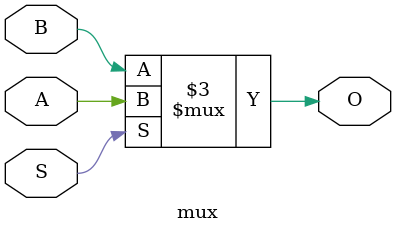
<source format=v>
module mux (input A, input B, input S, output reg O);

    always @(*)
        if (S) 
            O = A;
        else
            O = B;   
endmodule
</source>
